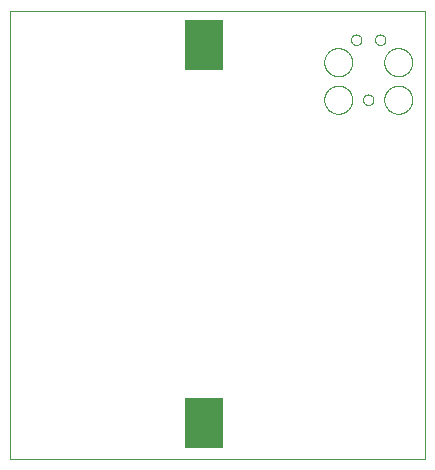
<source format=gbp>
G75*
%MOIN*%
%OFA0B0*%
%FSLAX25Y25*%
%IPPOS*%
%LPD*%
%AMOC8*
5,1,8,0,0,1.08239X$1,22.5*
%
%ADD10C,0.00000*%
%ADD11R,0.12800X0.17000*%
D10*
X0004867Y0001000D02*
X0004867Y0150331D01*
X0143095Y0150331D01*
X0143095Y0001000D01*
X0004867Y0001000D01*
X0109483Y0120685D02*
X0109485Y0120822D01*
X0109491Y0120958D01*
X0109501Y0121094D01*
X0109515Y0121230D01*
X0109533Y0121366D01*
X0109555Y0121501D01*
X0109580Y0121635D01*
X0109610Y0121768D01*
X0109644Y0121900D01*
X0109681Y0122032D01*
X0109722Y0122162D01*
X0109768Y0122291D01*
X0109816Y0122419D01*
X0109869Y0122545D01*
X0109925Y0122669D01*
X0109985Y0122792D01*
X0110048Y0122913D01*
X0110115Y0123032D01*
X0110185Y0123149D01*
X0110259Y0123265D01*
X0110336Y0123377D01*
X0110416Y0123488D01*
X0110500Y0123596D01*
X0110587Y0123702D01*
X0110676Y0123805D01*
X0110769Y0123905D01*
X0110864Y0124003D01*
X0110963Y0124098D01*
X0111064Y0124190D01*
X0111168Y0124278D01*
X0111274Y0124364D01*
X0111383Y0124447D01*
X0111494Y0124526D01*
X0111607Y0124603D01*
X0111723Y0124676D01*
X0111840Y0124745D01*
X0111960Y0124811D01*
X0112081Y0124873D01*
X0112205Y0124932D01*
X0112330Y0124988D01*
X0112456Y0125039D01*
X0112584Y0125087D01*
X0112713Y0125131D01*
X0112844Y0125172D01*
X0112976Y0125208D01*
X0113108Y0125241D01*
X0113242Y0125269D01*
X0113376Y0125294D01*
X0113511Y0125315D01*
X0113647Y0125332D01*
X0113783Y0125345D01*
X0113919Y0125354D01*
X0114056Y0125359D01*
X0114192Y0125360D01*
X0114329Y0125357D01*
X0114465Y0125350D01*
X0114601Y0125339D01*
X0114737Y0125324D01*
X0114872Y0125305D01*
X0115007Y0125282D01*
X0115141Y0125255D01*
X0115274Y0125225D01*
X0115406Y0125190D01*
X0115538Y0125152D01*
X0115667Y0125110D01*
X0115796Y0125064D01*
X0115923Y0125014D01*
X0116049Y0124960D01*
X0116173Y0124903D01*
X0116296Y0124843D01*
X0116416Y0124778D01*
X0116535Y0124711D01*
X0116651Y0124640D01*
X0116766Y0124565D01*
X0116878Y0124487D01*
X0116988Y0124406D01*
X0117096Y0124322D01*
X0117201Y0124234D01*
X0117303Y0124144D01*
X0117403Y0124051D01*
X0117500Y0123954D01*
X0117594Y0123855D01*
X0117685Y0123754D01*
X0117773Y0123649D01*
X0117858Y0123542D01*
X0117940Y0123433D01*
X0118019Y0123321D01*
X0118094Y0123207D01*
X0118166Y0123091D01*
X0118235Y0122973D01*
X0118300Y0122853D01*
X0118362Y0122731D01*
X0118420Y0122607D01*
X0118474Y0122482D01*
X0118525Y0122355D01*
X0118571Y0122227D01*
X0118615Y0122097D01*
X0118654Y0121966D01*
X0118690Y0121834D01*
X0118721Y0121701D01*
X0118749Y0121568D01*
X0118773Y0121433D01*
X0118793Y0121298D01*
X0118809Y0121162D01*
X0118821Y0121026D01*
X0118829Y0120890D01*
X0118833Y0120753D01*
X0118833Y0120617D01*
X0118829Y0120480D01*
X0118821Y0120344D01*
X0118809Y0120208D01*
X0118793Y0120072D01*
X0118773Y0119937D01*
X0118749Y0119802D01*
X0118721Y0119669D01*
X0118690Y0119536D01*
X0118654Y0119404D01*
X0118615Y0119273D01*
X0118571Y0119143D01*
X0118525Y0119015D01*
X0118474Y0118888D01*
X0118420Y0118763D01*
X0118362Y0118639D01*
X0118300Y0118517D01*
X0118235Y0118397D01*
X0118166Y0118279D01*
X0118094Y0118163D01*
X0118019Y0118049D01*
X0117940Y0117937D01*
X0117858Y0117828D01*
X0117773Y0117721D01*
X0117685Y0117616D01*
X0117594Y0117515D01*
X0117500Y0117416D01*
X0117403Y0117319D01*
X0117303Y0117226D01*
X0117201Y0117136D01*
X0117096Y0117048D01*
X0116988Y0116964D01*
X0116878Y0116883D01*
X0116766Y0116805D01*
X0116651Y0116730D01*
X0116535Y0116659D01*
X0116416Y0116592D01*
X0116296Y0116527D01*
X0116173Y0116467D01*
X0116049Y0116410D01*
X0115923Y0116356D01*
X0115796Y0116306D01*
X0115667Y0116260D01*
X0115538Y0116218D01*
X0115406Y0116180D01*
X0115274Y0116145D01*
X0115141Y0116115D01*
X0115007Y0116088D01*
X0114872Y0116065D01*
X0114737Y0116046D01*
X0114601Y0116031D01*
X0114465Y0116020D01*
X0114329Y0116013D01*
X0114192Y0116010D01*
X0114056Y0116011D01*
X0113919Y0116016D01*
X0113783Y0116025D01*
X0113647Y0116038D01*
X0113511Y0116055D01*
X0113376Y0116076D01*
X0113242Y0116101D01*
X0113108Y0116129D01*
X0112976Y0116162D01*
X0112844Y0116198D01*
X0112713Y0116239D01*
X0112584Y0116283D01*
X0112456Y0116331D01*
X0112330Y0116382D01*
X0112205Y0116438D01*
X0112081Y0116497D01*
X0111960Y0116559D01*
X0111840Y0116625D01*
X0111723Y0116694D01*
X0111607Y0116767D01*
X0111494Y0116844D01*
X0111383Y0116923D01*
X0111274Y0117006D01*
X0111168Y0117092D01*
X0111064Y0117180D01*
X0110963Y0117272D01*
X0110864Y0117367D01*
X0110769Y0117465D01*
X0110676Y0117565D01*
X0110587Y0117668D01*
X0110500Y0117774D01*
X0110416Y0117882D01*
X0110336Y0117993D01*
X0110259Y0118105D01*
X0110185Y0118221D01*
X0110115Y0118338D01*
X0110048Y0118457D01*
X0109985Y0118578D01*
X0109925Y0118701D01*
X0109869Y0118825D01*
X0109816Y0118951D01*
X0109768Y0119079D01*
X0109722Y0119208D01*
X0109681Y0119338D01*
X0109644Y0119470D01*
X0109610Y0119602D01*
X0109580Y0119735D01*
X0109555Y0119869D01*
X0109533Y0120004D01*
X0109515Y0120140D01*
X0109501Y0120276D01*
X0109491Y0120412D01*
X0109485Y0120548D01*
X0109483Y0120685D01*
X0109483Y0133185D02*
X0109485Y0133322D01*
X0109491Y0133458D01*
X0109501Y0133594D01*
X0109515Y0133730D01*
X0109533Y0133866D01*
X0109555Y0134001D01*
X0109580Y0134135D01*
X0109610Y0134268D01*
X0109644Y0134400D01*
X0109681Y0134532D01*
X0109722Y0134662D01*
X0109768Y0134791D01*
X0109816Y0134919D01*
X0109869Y0135045D01*
X0109925Y0135169D01*
X0109985Y0135292D01*
X0110048Y0135413D01*
X0110115Y0135532D01*
X0110185Y0135649D01*
X0110259Y0135765D01*
X0110336Y0135877D01*
X0110416Y0135988D01*
X0110500Y0136096D01*
X0110587Y0136202D01*
X0110676Y0136305D01*
X0110769Y0136405D01*
X0110864Y0136503D01*
X0110963Y0136598D01*
X0111064Y0136690D01*
X0111168Y0136778D01*
X0111274Y0136864D01*
X0111383Y0136947D01*
X0111494Y0137026D01*
X0111607Y0137103D01*
X0111723Y0137176D01*
X0111840Y0137245D01*
X0111960Y0137311D01*
X0112081Y0137373D01*
X0112205Y0137432D01*
X0112330Y0137488D01*
X0112456Y0137539D01*
X0112584Y0137587D01*
X0112713Y0137631D01*
X0112844Y0137672D01*
X0112976Y0137708D01*
X0113108Y0137741D01*
X0113242Y0137769D01*
X0113376Y0137794D01*
X0113511Y0137815D01*
X0113647Y0137832D01*
X0113783Y0137845D01*
X0113919Y0137854D01*
X0114056Y0137859D01*
X0114192Y0137860D01*
X0114329Y0137857D01*
X0114465Y0137850D01*
X0114601Y0137839D01*
X0114737Y0137824D01*
X0114872Y0137805D01*
X0115007Y0137782D01*
X0115141Y0137755D01*
X0115274Y0137725D01*
X0115406Y0137690D01*
X0115538Y0137652D01*
X0115667Y0137610D01*
X0115796Y0137564D01*
X0115923Y0137514D01*
X0116049Y0137460D01*
X0116173Y0137403D01*
X0116296Y0137343D01*
X0116416Y0137278D01*
X0116535Y0137211D01*
X0116651Y0137140D01*
X0116766Y0137065D01*
X0116878Y0136987D01*
X0116988Y0136906D01*
X0117096Y0136822D01*
X0117201Y0136734D01*
X0117303Y0136644D01*
X0117403Y0136551D01*
X0117500Y0136454D01*
X0117594Y0136355D01*
X0117685Y0136254D01*
X0117773Y0136149D01*
X0117858Y0136042D01*
X0117940Y0135933D01*
X0118019Y0135821D01*
X0118094Y0135707D01*
X0118166Y0135591D01*
X0118235Y0135473D01*
X0118300Y0135353D01*
X0118362Y0135231D01*
X0118420Y0135107D01*
X0118474Y0134982D01*
X0118525Y0134855D01*
X0118571Y0134727D01*
X0118615Y0134597D01*
X0118654Y0134466D01*
X0118690Y0134334D01*
X0118721Y0134201D01*
X0118749Y0134068D01*
X0118773Y0133933D01*
X0118793Y0133798D01*
X0118809Y0133662D01*
X0118821Y0133526D01*
X0118829Y0133390D01*
X0118833Y0133253D01*
X0118833Y0133117D01*
X0118829Y0132980D01*
X0118821Y0132844D01*
X0118809Y0132708D01*
X0118793Y0132572D01*
X0118773Y0132437D01*
X0118749Y0132302D01*
X0118721Y0132169D01*
X0118690Y0132036D01*
X0118654Y0131904D01*
X0118615Y0131773D01*
X0118571Y0131643D01*
X0118525Y0131515D01*
X0118474Y0131388D01*
X0118420Y0131263D01*
X0118362Y0131139D01*
X0118300Y0131017D01*
X0118235Y0130897D01*
X0118166Y0130779D01*
X0118094Y0130663D01*
X0118019Y0130549D01*
X0117940Y0130437D01*
X0117858Y0130328D01*
X0117773Y0130221D01*
X0117685Y0130116D01*
X0117594Y0130015D01*
X0117500Y0129916D01*
X0117403Y0129819D01*
X0117303Y0129726D01*
X0117201Y0129636D01*
X0117096Y0129548D01*
X0116988Y0129464D01*
X0116878Y0129383D01*
X0116766Y0129305D01*
X0116651Y0129230D01*
X0116535Y0129159D01*
X0116416Y0129092D01*
X0116296Y0129027D01*
X0116173Y0128967D01*
X0116049Y0128910D01*
X0115923Y0128856D01*
X0115796Y0128806D01*
X0115667Y0128760D01*
X0115538Y0128718D01*
X0115406Y0128680D01*
X0115274Y0128645D01*
X0115141Y0128615D01*
X0115007Y0128588D01*
X0114872Y0128565D01*
X0114737Y0128546D01*
X0114601Y0128531D01*
X0114465Y0128520D01*
X0114329Y0128513D01*
X0114192Y0128510D01*
X0114056Y0128511D01*
X0113919Y0128516D01*
X0113783Y0128525D01*
X0113647Y0128538D01*
X0113511Y0128555D01*
X0113376Y0128576D01*
X0113242Y0128601D01*
X0113108Y0128629D01*
X0112976Y0128662D01*
X0112844Y0128698D01*
X0112713Y0128739D01*
X0112584Y0128783D01*
X0112456Y0128831D01*
X0112330Y0128882D01*
X0112205Y0128938D01*
X0112081Y0128997D01*
X0111960Y0129059D01*
X0111840Y0129125D01*
X0111723Y0129194D01*
X0111607Y0129267D01*
X0111494Y0129344D01*
X0111383Y0129423D01*
X0111274Y0129506D01*
X0111168Y0129592D01*
X0111064Y0129680D01*
X0110963Y0129772D01*
X0110864Y0129867D01*
X0110769Y0129965D01*
X0110676Y0130065D01*
X0110587Y0130168D01*
X0110500Y0130274D01*
X0110416Y0130382D01*
X0110336Y0130493D01*
X0110259Y0130605D01*
X0110185Y0130721D01*
X0110115Y0130838D01*
X0110048Y0130957D01*
X0109985Y0131078D01*
X0109925Y0131201D01*
X0109869Y0131325D01*
X0109816Y0131451D01*
X0109768Y0131579D01*
X0109722Y0131708D01*
X0109681Y0131838D01*
X0109644Y0131970D01*
X0109610Y0132102D01*
X0109580Y0132235D01*
X0109555Y0132369D01*
X0109533Y0132504D01*
X0109515Y0132640D01*
X0109501Y0132776D01*
X0109491Y0132912D01*
X0109485Y0133048D01*
X0109483Y0133185D01*
X0118408Y0140685D02*
X0118410Y0140768D01*
X0118416Y0140851D01*
X0118426Y0140934D01*
X0118440Y0141016D01*
X0118457Y0141098D01*
X0118479Y0141178D01*
X0118504Y0141257D01*
X0118533Y0141335D01*
X0118566Y0141412D01*
X0118603Y0141487D01*
X0118642Y0141560D01*
X0118686Y0141631D01*
X0118732Y0141700D01*
X0118782Y0141767D01*
X0118835Y0141831D01*
X0118891Y0141893D01*
X0118950Y0141952D01*
X0119012Y0142008D01*
X0119076Y0142061D01*
X0119143Y0142111D01*
X0119212Y0142157D01*
X0119283Y0142201D01*
X0119356Y0142240D01*
X0119431Y0142277D01*
X0119508Y0142310D01*
X0119586Y0142339D01*
X0119665Y0142364D01*
X0119745Y0142386D01*
X0119827Y0142403D01*
X0119909Y0142417D01*
X0119992Y0142427D01*
X0120075Y0142433D01*
X0120158Y0142435D01*
X0120241Y0142433D01*
X0120324Y0142427D01*
X0120407Y0142417D01*
X0120489Y0142403D01*
X0120571Y0142386D01*
X0120651Y0142364D01*
X0120730Y0142339D01*
X0120808Y0142310D01*
X0120885Y0142277D01*
X0120960Y0142240D01*
X0121033Y0142201D01*
X0121104Y0142157D01*
X0121173Y0142111D01*
X0121240Y0142061D01*
X0121304Y0142008D01*
X0121366Y0141952D01*
X0121425Y0141893D01*
X0121481Y0141831D01*
X0121534Y0141767D01*
X0121584Y0141700D01*
X0121630Y0141631D01*
X0121674Y0141560D01*
X0121713Y0141487D01*
X0121750Y0141412D01*
X0121783Y0141335D01*
X0121812Y0141257D01*
X0121837Y0141178D01*
X0121859Y0141098D01*
X0121876Y0141016D01*
X0121890Y0140934D01*
X0121900Y0140851D01*
X0121906Y0140768D01*
X0121908Y0140685D01*
X0121906Y0140602D01*
X0121900Y0140519D01*
X0121890Y0140436D01*
X0121876Y0140354D01*
X0121859Y0140272D01*
X0121837Y0140192D01*
X0121812Y0140113D01*
X0121783Y0140035D01*
X0121750Y0139958D01*
X0121713Y0139883D01*
X0121674Y0139810D01*
X0121630Y0139739D01*
X0121584Y0139670D01*
X0121534Y0139603D01*
X0121481Y0139539D01*
X0121425Y0139477D01*
X0121366Y0139418D01*
X0121304Y0139362D01*
X0121240Y0139309D01*
X0121173Y0139259D01*
X0121104Y0139213D01*
X0121033Y0139169D01*
X0120960Y0139130D01*
X0120885Y0139093D01*
X0120808Y0139060D01*
X0120730Y0139031D01*
X0120651Y0139006D01*
X0120571Y0138984D01*
X0120489Y0138967D01*
X0120407Y0138953D01*
X0120324Y0138943D01*
X0120241Y0138937D01*
X0120158Y0138935D01*
X0120075Y0138937D01*
X0119992Y0138943D01*
X0119909Y0138953D01*
X0119827Y0138967D01*
X0119745Y0138984D01*
X0119665Y0139006D01*
X0119586Y0139031D01*
X0119508Y0139060D01*
X0119431Y0139093D01*
X0119356Y0139130D01*
X0119283Y0139169D01*
X0119212Y0139213D01*
X0119143Y0139259D01*
X0119076Y0139309D01*
X0119012Y0139362D01*
X0118950Y0139418D01*
X0118891Y0139477D01*
X0118835Y0139539D01*
X0118782Y0139603D01*
X0118732Y0139670D01*
X0118686Y0139739D01*
X0118642Y0139810D01*
X0118603Y0139883D01*
X0118566Y0139958D01*
X0118533Y0140035D01*
X0118504Y0140113D01*
X0118479Y0140192D01*
X0118457Y0140272D01*
X0118440Y0140354D01*
X0118426Y0140436D01*
X0118416Y0140519D01*
X0118410Y0140602D01*
X0118408Y0140685D01*
X0126408Y0140685D02*
X0126410Y0140768D01*
X0126416Y0140851D01*
X0126426Y0140934D01*
X0126440Y0141016D01*
X0126457Y0141098D01*
X0126479Y0141178D01*
X0126504Y0141257D01*
X0126533Y0141335D01*
X0126566Y0141412D01*
X0126603Y0141487D01*
X0126642Y0141560D01*
X0126686Y0141631D01*
X0126732Y0141700D01*
X0126782Y0141767D01*
X0126835Y0141831D01*
X0126891Y0141893D01*
X0126950Y0141952D01*
X0127012Y0142008D01*
X0127076Y0142061D01*
X0127143Y0142111D01*
X0127212Y0142157D01*
X0127283Y0142201D01*
X0127356Y0142240D01*
X0127431Y0142277D01*
X0127508Y0142310D01*
X0127586Y0142339D01*
X0127665Y0142364D01*
X0127745Y0142386D01*
X0127827Y0142403D01*
X0127909Y0142417D01*
X0127992Y0142427D01*
X0128075Y0142433D01*
X0128158Y0142435D01*
X0128241Y0142433D01*
X0128324Y0142427D01*
X0128407Y0142417D01*
X0128489Y0142403D01*
X0128571Y0142386D01*
X0128651Y0142364D01*
X0128730Y0142339D01*
X0128808Y0142310D01*
X0128885Y0142277D01*
X0128960Y0142240D01*
X0129033Y0142201D01*
X0129104Y0142157D01*
X0129173Y0142111D01*
X0129240Y0142061D01*
X0129304Y0142008D01*
X0129366Y0141952D01*
X0129425Y0141893D01*
X0129481Y0141831D01*
X0129534Y0141767D01*
X0129584Y0141700D01*
X0129630Y0141631D01*
X0129674Y0141560D01*
X0129713Y0141487D01*
X0129750Y0141412D01*
X0129783Y0141335D01*
X0129812Y0141257D01*
X0129837Y0141178D01*
X0129859Y0141098D01*
X0129876Y0141016D01*
X0129890Y0140934D01*
X0129900Y0140851D01*
X0129906Y0140768D01*
X0129908Y0140685D01*
X0129906Y0140602D01*
X0129900Y0140519D01*
X0129890Y0140436D01*
X0129876Y0140354D01*
X0129859Y0140272D01*
X0129837Y0140192D01*
X0129812Y0140113D01*
X0129783Y0140035D01*
X0129750Y0139958D01*
X0129713Y0139883D01*
X0129674Y0139810D01*
X0129630Y0139739D01*
X0129584Y0139670D01*
X0129534Y0139603D01*
X0129481Y0139539D01*
X0129425Y0139477D01*
X0129366Y0139418D01*
X0129304Y0139362D01*
X0129240Y0139309D01*
X0129173Y0139259D01*
X0129104Y0139213D01*
X0129033Y0139169D01*
X0128960Y0139130D01*
X0128885Y0139093D01*
X0128808Y0139060D01*
X0128730Y0139031D01*
X0128651Y0139006D01*
X0128571Y0138984D01*
X0128489Y0138967D01*
X0128407Y0138953D01*
X0128324Y0138943D01*
X0128241Y0138937D01*
X0128158Y0138935D01*
X0128075Y0138937D01*
X0127992Y0138943D01*
X0127909Y0138953D01*
X0127827Y0138967D01*
X0127745Y0138984D01*
X0127665Y0139006D01*
X0127586Y0139031D01*
X0127508Y0139060D01*
X0127431Y0139093D01*
X0127356Y0139130D01*
X0127283Y0139169D01*
X0127212Y0139213D01*
X0127143Y0139259D01*
X0127076Y0139309D01*
X0127012Y0139362D01*
X0126950Y0139418D01*
X0126891Y0139477D01*
X0126835Y0139539D01*
X0126782Y0139603D01*
X0126732Y0139670D01*
X0126686Y0139739D01*
X0126642Y0139810D01*
X0126603Y0139883D01*
X0126566Y0139958D01*
X0126533Y0140035D01*
X0126504Y0140113D01*
X0126479Y0140192D01*
X0126457Y0140272D01*
X0126440Y0140354D01*
X0126426Y0140436D01*
X0126416Y0140519D01*
X0126410Y0140602D01*
X0126408Y0140685D01*
X0129483Y0133185D02*
X0129485Y0133322D01*
X0129491Y0133458D01*
X0129501Y0133594D01*
X0129515Y0133730D01*
X0129533Y0133866D01*
X0129555Y0134001D01*
X0129580Y0134135D01*
X0129610Y0134268D01*
X0129644Y0134400D01*
X0129681Y0134532D01*
X0129722Y0134662D01*
X0129768Y0134791D01*
X0129816Y0134919D01*
X0129869Y0135045D01*
X0129925Y0135169D01*
X0129985Y0135292D01*
X0130048Y0135413D01*
X0130115Y0135532D01*
X0130185Y0135649D01*
X0130259Y0135765D01*
X0130336Y0135877D01*
X0130416Y0135988D01*
X0130500Y0136096D01*
X0130587Y0136202D01*
X0130676Y0136305D01*
X0130769Y0136405D01*
X0130864Y0136503D01*
X0130963Y0136598D01*
X0131064Y0136690D01*
X0131168Y0136778D01*
X0131274Y0136864D01*
X0131383Y0136947D01*
X0131494Y0137026D01*
X0131607Y0137103D01*
X0131723Y0137176D01*
X0131840Y0137245D01*
X0131960Y0137311D01*
X0132081Y0137373D01*
X0132205Y0137432D01*
X0132330Y0137488D01*
X0132456Y0137539D01*
X0132584Y0137587D01*
X0132713Y0137631D01*
X0132844Y0137672D01*
X0132976Y0137708D01*
X0133108Y0137741D01*
X0133242Y0137769D01*
X0133376Y0137794D01*
X0133511Y0137815D01*
X0133647Y0137832D01*
X0133783Y0137845D01*
X0133919Y0137854D01*
X0134056Y0137859D01*
X0134192Y0137860D01*
X0134329Y0137857D01*
X0134465Y0137850D01*
X0134601Y0137839D01*
X0134737Y0137824D01*
X0134872Y0137805D01*
X0135007Y0137782D01*
X0135141Y0137755D01*
X0135274Y0137725D01*
X0135406Y0137690D01*
X0135538Y0137652D01*
X0135667Y0137610D01*
X0135796Y0137564D01*
X0135923Y0137514D01*
X0136049Y0137460D01*
X0136173Y0137403D01*
X0136296Y0137343D01*
X0136416Y0137278D01*
X0136535Y0137211D01*
X0136651Y0137140D01*
X0136766Y0137065D01*
X0136878Y0136987D01*
X0136988Y0136906D01*
X0137096Y0136822D01*
X0137201Y0136734D01*
X0137303Y0136644D01*
X0137403Y0136551D01*
X0137500Y0136454D01*
X0137594Y0136355D01*
X0137685Y0136254D01*
X0137773Y0136149D01*
X0137858Y0136042D01*
X0137940Y0135933D01*
X0138019Y0135821D01*
X0138094Y0135707D01*
X0138166Y0135591D01*
X0138235Y0135473D01*
X0138300Y0135353D01*
X0138362Y0135231D01*
X0138420Y0135107D01*
X0138474Y0134982D01*
X0138525Y0134855D01*
X0138571Y0134727D01*
X0138615Y0134597D01*
X0138654Y0134466D01*
X0138690Y0134334D01*
X0138721Y0134201D01*
X0138749Y0134068D01*
X0138773Y0133933D01*
X0138793Y0133798D01*
X0138809Y0133662D01*
X0138821Y0133526D01*
X0138829Y0133390D01*
X0138833Y0133253D01*
X0138833Y0133117D01*
X0138829Y0132980D01*
X0138821Y0132844D01*
X0138809Y0132708D01*
X0138793Y0132572D01*
X0138773Y0132437D01*
X0138749Y0132302D01*
X0138721Y0132169D01*
X0138690Y0132036D01*
X0138654Y0131904D01*
X0138615Y0131773D01*
X0138571Y0131643D01*
X0138525Y0131515D01*
X0138474Y0131388D01*
X0138420Y0131263D01*
X0138362Y0131139D01*
X0138300Y0131017D01*
X0138235Y0130897D01*
X0138166Y0130779D01*
X0138094Y0130663D01*
X0138019Y0130549D01*
X0137940Y0130437D01*
X0137858Y0130328D01*
X0137773Y0130221D01*
X0137685Y0130116D01*
X0137594Y0130015D01*
X0137500Y0129916D01*
X0137403Y0129819D01*
X0137303Y0129726D01*
X0137201Y0129636D01*
X0137096Y0129548D01*
X0136988Y0129464D01*
X0136878Y0129383D01*
X0136766Y0129305D01*
X0136651Y0129230D01*
X0136535Y0129159D01*
X0136416Y0129092D01*
X0136296Y0129027D01*
X0136173Y0128967D01*
X0136049Y0128910D01*
X0135923Y0128856D01*
X0135796Y0128806D01*
X0135667Y0128760D01*
X0135538Y0128718D01*
X0135406Y0128680D01*
X0135274Y0128645D01*
X0135141Y0128615D01*
X0135007Y0128588D01*
X0134872Y0128565D01*
X0134737Y0128546D01*
X0134601Y0128531D01*
X0134465Y0128520D01*
X0134329Y0128513D01*
X0134192Y0128510D01*
X0134056Y0128511D01*
X0133919Y0128516D01*
X0133783Y0128525D01*
X0133647Y0128538D01*
X0133511Y0128555D01*
X0133376Y0128576D01*
X0133242Y0128601D01*
X0133108Y0128629D01*
X0132976Y0128662D01*
X0132844Y0128698D01*
X0132713Y0128739D01*
X0132584Y0128783D01*
X0132456Y0128831D01*
X0132330Y0128882D01*
X0132205Y0128938D01*
X0132081Y0128997D01*
X0131960Y0129059D01*
X0131840Y0129125D01*
X0131723Y0129194D01*
X0131607Y0129267D01*
X0131494Y0129344D01*
X0131383Y0129423D01*
X0131274Y0129506D01*
X0131168Y0129592D01*
X0131064Y0129680D01*
X0130963Y0129772D01*
X0130864Y0129867D01*
X0130769Y0129965D01*
X0130676Y0130065D01*
X0130587Y0130168D01*
X0130500Y0130274D01*
X0130416Y0130382D01*
X0130336Y0130493D01*
X0130259Y0130605D01*
X0130185Y0130721D01*
X0130115Y0130838D01*
X0130048Y0130957D01*
X0129985Y0131078D01*
X0129925Y0131201D01*
X0129869Y0131325D01*
X0129816Y0131451D01*
X0129768Y0131579D01*
X0129722Y0131708D01*
X0129681Y0131838D01*
X0129644Y0131970D01*
X0129610Y0132102D01*
X0129580Y0132235D01*
X0129555Y0132369D01*
X0129533Y0132504D01*
X0129515Y0132640D01*
X0129501Y0132776D01*
X0129491Y0132912D01*
X0129485Y0133048D01*
X0129483Y0133185D01*
X0129483Y0120685D02*
X0129485Y0120822D01*
X0129491Y0120958D01*
X0129501Y0121094D01*
X0129515Y0121230D01*
X0129533Y0121366D01*
X0129555Y0121501D01*
X0129580Y0121635D01*
X0129610Y0121768D01*
X0129644Y0121900D01*
X0129681Y0122032D01*
X0129722Y0122162D01*
X0129768Y0122291D01*
X0129816Y0122419D01*
X0129869Y0122545D01*
X0129925Y0122669D01*
X0129985Y0122792D01*
X0130048Y0122913D01*
X0130115Y0123032D01*
X0130185Y0123149D01*
X0130259Y0123265D01*
X0130336Y0123377D01*
X0130416Y0123488D01*
X0130500Y0123596D01*
X0130587Y0123702D01*
X0130676Y0123805D01*
X0130769Y0123905D01*
X0130864Y0124003D01*
X0130963Y0124098D01*
X0131064Y0124190D01*
X0131168Y0124278D01*
X0131274Y0124364D01*
X0131383Y0124447D01*
X0131494Y0124526D01*
X0131607Y0124603D01*
X0131723Y0124676D01*
X0131840Y0124745D01*
X0131960Y0124811D01*
X0132081Y0124873D01*
X0132205Y0124932D01*
X0132330Y0124988D01*
X0132456Y0125039D01*
X0132584Y0125087D01*
X0132713Y0125131D01*
X0132844Y0125172D01*
X0132976Y0125208D01*
X0133108Y0125241D01*
X0133242Y0125269D01*
X0133376Y0125294D01*
X0133511Y0125315D01*
X0133647Y0125332D01*
X0133783Y0125345D01*
X0133919Y0125354D01*
X0134056Y0125359D01*
X0134192Y0125360D01*
X0134329Y0125357D01*
X0134465Y0125350D01*
X0134601Y0125339D01*
X0134737Y0125324D01*
X0134872Y0125305D01*
X0135007Y0125282D01*
X0135141Y0125255D01*
X0135274Y0125225D01*
X0135406Y0125190D01*
X0135538Y0125152D01*
X0135667Y0125110D01*
X0135796Y0125064D01*
X0135923Y0125014D01*
X0136049Y0124960D01*
X0136173Y0124903D01*
X0136296Y0124843D01*
X0136416Y0124778D01*
X0136535Y0124711D01*
X0136651Y0124640D01*
X0136766Y0124565D01*
X0136878Y0124487D01*
X0136988Y0124406D01*
X0137096Y0124322D01*
X0137201Y0124234D01*
X0137303Y0124144D01*
X0137403Y0124051D01*
X0137500Y0123954D01*
X0137594Y0123855D01*
X0137685Y0123754D01*
X0137773Y0123649D01*
X0137858Y0123542D01*
X0137940Y0123433D01*
X0138019Y0123321D01*
X0138094Y0123207D01*
X0138166Y0123091D01*
X0138235Y0122973D01*
X0138300Y0122853D01*
X0138362Y0122731D01*
X0138420Y0122607D01*
X0138474Y0122482D01*
X0138525Y0122355D01*
X0138571Y0122227D01*
X0138615Y0122097D01*
X0138654Y0121966D01*
X0138690Y0121834D01*
X0138721Y0121701D01*
X0138749Y0121568D01*
X0138773Y0121433D01*
X0138793Y0121298D01*
X0138809Y0121162D01*
X0138821Y0121026D01*
X0138829Y0120890D01*
X0138833Y0120753D01*
X0138833Y0120617D01*
X0138829Y0120480D01*
X0138821Y0120344D01*
X0138809Y0120208D01*
X0138793Y0120072D01*
X0138773Y0119937D01*
X0138749Y0119802D01*
X0138721Y0119669D01*
X0138690Y0119536D01*
X0138654Y0119404D01*
X0138615Y0119273D01*
X0138571Y0119143D01*
X0138525Y0119015D01*
X0138474Y0118888D01*
X0138420Y0118763D01*
X0138362Y0118639D01*
X0138300Y0118517D01*
X0138235Y0118397D01*
X0138166Y0118279D01*
X0138094Y0118163D01*
X0138019Y0118049D01*
X0137940Y0117937D01*
X0137858Y0117828D01*
X0137773Y0117721D01*
X0137685Y0117616D01*
X0137594Y0117515D01*
X0137500Y0117416D01*
X0137403Y0117319D01*
X0137303Y0117226D01*
X0137201Y0117136D01*
X0137096Y0117048D01*
X0136988Y0116964D01*
X0136878Y0116883D01*
X0136766Y0116805D01*
X0136651Y0116730D01*
X0136535Y0116659D01*
X0136416Y0116592D01*
X0136296Y0116527D01*
X0136173Y0116467D01*
X0136049Y0116410D01*
X0135923Y0116356D01*
X0135796Y0116306D01*
X0135667Y0116260D01*
X0135538Y0116218D01*
X0135406Y0116180D01*
X0135274Y0116145D01*
X0135141Y0116115D01*
X0135007Y0116088D01*
X0134872Y0116065D01*
X0134737Y0116046D01*
X0134601Y0116031D01*
X0134465Y0116020D01*
X0134329Y0116013D01*
X0134192Y0116010D01*
X0134056Y0116011D01*
X0133919Y0116016D01*
X0133783Y0116025D01*
X0133647Y0116038D01*
X0133511Y0116055D01*
X0133376Y0116076D01*
X0133242Y0116101D01*
X0133108Y0116129D01*
X0132976Y0116162D01*
X0132844Y0116198D01*
X0132713Y0116239D01*
X0132584Y0116283D01*
X0132456Y0116331D01*
X0132330Y0116382D01*
X0132205Y0116438D01*
X0132081Y0116497D01*
X0131960Y0116559D01*
X0131840Y0116625D01*
X0131723Y0116694D01*
X0131607Y0116767D01*
X0131494Y0116844D01*
X0131383Y0116923D01*
X0131274Y0117006D01*
X0131168Y0117092D01*
X0131064Y0117180D01*
X0130963Y0117272D01*
X0130864Y0117367D01*
X0130769Y0117465D01*
X0130676Y0117565D01*
X0130587Y0117668D01*
X0130500Y0117774D01*
X0130416Y0117882D01*
X0130336Y0117993D01*
X0130259Y0118105D01*
X0130185Y0118221D01*
X0130115Y0118338D01*
X0130048Y0118457D01*
X0129985Y0118578D01*
X0129925Y0118701D01*
X0129869Y0118825D01*
X0129816Y0118951D01*
X0129768Y0119079D01*
X0129722Y0119208D01*
X0129681Y0119338D01*
X0129644Y0119470D01*
X0129610Y0119602D01*
X0129580Y0119735D01*
X0129555Y0119869D01*
X0129533Y0120004D01*
X0129515Y0120140D01*
X0129501Y0120276D01*
X0129491Y0120412D01*
X0129485Y0120548D01*
X0129483Y0120685D01*
X0122408Y0120685D02*
X0122410Y0120768D01*
X0122416Y0120851D01*
X0122426Y0120934D01*
X0122440Y0121016D01*
X0122457Y0121098D01*
X0122479Y0121178D01*
X0122504Y0121257D01*
X0122533Y0121335D01*
X0122566Y0121412D01*
X0122603Y0121487D01*
X0122642Y0121560D01*
X0122686Y0121631D01*
X0122732Y0121700D01*
X0122782Y0121767D01*
X0122835Y0121831D01*
X0122891Y0121893D01*
X0122950Y0121952D01*
X0123012Y0122008D01*
X0123076Y0122061D01*
X0123143Y0122111D01*
X0123212Y0122157D01*
X0123283Y0122201D01*
X0123356Y0122240D01*
X0123431Y0122277D01*
X0123508Y0122310D01*
X0123586Y0122339D01*
X0123665Y0122364D01*
X0123745Y0122386D01*
X0123827Y0122403D01*
X0123909Y0122417D01*
X0123992Y0122427D01*
X0124075Y0122433D01*
X0124158Y0122435D01*
X0124241Y0122433D01*
X0124324Y0122427D01*
X0124407Y0122417D01*
X0124489Y0122403D01*
X0124571Y0122386D01*
X0124651Y0122364D01*
X0124730Y0122339D01*
X0124808Y0122310D01*
X0124885Y0122277D01*
X0124960Y0122240D01*
X0125033Y0122201D01*
X0125104Y0122157D01*
X0125173Y0122111D01*
X0125240Y0122061D01*
X0125304Y0122008D01*
X0125366Y0121952D01*
X0125425Y0121893D01*
X0125481Y0121831D01*
X0125534Y0121767D01*
X0125584Y0121700D01*
X0125630Y0121631D01*
X0125674Y0121560D01*
X0125713Y0121487D01*
X0125750Y0121412D01*
X0125783Y0121335D01*
X0125812Y0121257D01*
X0125837Y0121178D01*
X0125859Y0121098D01*
X0125876Y0121016D01*
X0125890Y0120934D01*
X0125900Y0120851D01*
X0125906Y0120768D01*
X0125908Y0120685D01*
X0125906Y0120602D01*
X0125900Y0120519D01*
X0125890Y0120436D01*
X0125876Y0120354D01*
X0125859Y0120272D01*
X0125837Y0120192D01*
X0125812Y0120113D01*
X0125783Y0120035D01*
X0125750Y0119958D01*
X0125713Y0119883D01*
X0125674Y0119810D01*
X0125630Y0119739D01*
X0125584Y0119670D01*
X0125534Y0119603D01*
X0125481Y0119539D01*
X0125425Y0119477D01*
X0125366Y0119418D01*
X0125304Y0119362D01*
X0125240Y0119309D01*
X0125173Y0119259D01*
X0125104Y0119213D01*
X0125033Y0119169D01*
X0124960Y0119130D01*
X0124885Y0119093D01*
X0124808Y0119060D01*
X0124730Y0119031D01*
X0124651Y0119006D01*
X0124571Y0118984D01*
X0124489Y0118967D01*
X0124407Y0118953D01*
X0124324Y0118943D01*
X0124241Y0118937D01*
X0124158Y0118935D01*
X0124075Y0118937D01*
X0123992Y0118943D01*
X0123909Y0118953D01*
X0123827Y0118967D01*
X0123745Y0118984D01*
X0123665Y0119006D01*
X0123586Y0119031D01*
X0123508Y0119060D01*
X0123431Y0119093D01*
X0123356Y0119130D01*
X0123283Y0119169D01*
X0123212Y0119213D01*
X0123143Y0119259D01*
X0123076Y0119309D01*
X0123012Y0119362D01*
X0122950Y0119418D01*
X0122891Y0119477D01*
X0122835Y0119539D01*
X0122782Y0119603D01*
X0122732Y0119670D01*
X0122686Y0119739D01*
X0122642Y0119810D01*
X0122603Y0119883D01*
X0122566Y0119958D01*
X0122533Y0120035D01*
X0122504Y0120113D01*
X0122479Y0120192D01*
X0122457Y0120272D01*
X0122440Y0120354D01*
X0122426Y0120436D01*
X0122416Y0120519D01*
X0122410Y0120602D01*
X0122408Y0120685D01*
D11*
X0069434Y0138795D03*
X0069434Y0012811D03*
M02*

</source>
